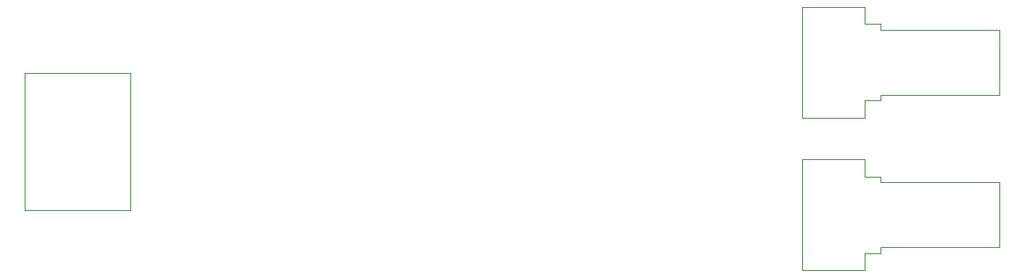
<source format=gbr>
G04 #@! TF.GenerationSoftware,KiCad,Pcbnew,8.0.4*
G04 #@! TF.CreationDate,2024-11-17T23:13:56+01:00*
G04 #@! TF.ProjectId,TEF6687,54454636-3638-4372-9e6b-696361645f70,v1.1*
G04 #@! TF.SameCoordinates,Original*
G04 #@! TF.FileFunction,Other,User*
%FSLAX46Y46*%
G04 Gerber Fmt 4.6, Leading zero omitted, Abs format (unit mm)*
G04 Created by KiCad (PCBNEW 8.0.4) date 2024-11-17 23:13:56*
%MOMM*%
%LPD*%
G01*
G04 APERTURE LIST*
%ADD10C,0.050000*%
G04 APERTURE END LIST*
D10*
G04 #@! TO.C,J9*
X188530000Y-64970000D02*
X188530000Y-75630000D01*
X188530000Y-64970000D02*
X194600000Y-64970000D01*
X194600000Y-64970000D02*
X194600000Y-66630000D01*
X194600000Y-66630000D02*
X196120000Y-66630000D01*
X194600000Y-73980000D02*
X196120000Y-73980000D01*
X194600000Y-75630000D02*
X188530000Y-75630000D01*
X194600000Y-75630000D02*
X194600000Y-73980000D01*
X196120000Y-66630000D02*
X196120000Y-67160000D01*
X196120000Y-67160000D02*
X207550000Y-67160000D01*
X196120000Y-73440000D02*
X207550000Y-73440000D01*
X196120000Y-73980000D02*
X196120000Y-73440000D01*
X207550000Y-67160000D02*
X207550000Y-73440000D01*
G04 #@! TO.C,J10*
X188530000Y-50270000D02*
X188530000Y-60930000D01*
X188530000Y-50270000D02*
X194600000Y-50270000D01*
X194600000Y-50270000D02*
X194600000Y-51930000D01*
X194600000Y-51930000D02*
X196120000Y-51930000D01*
X194600000Y-59280000D02*
X196120000Y-59280000D01*
X194600000Y-60930000D02*
X188530000Y-60930000D01*
X194600000Y-60930000D02*
X194600000Y-59280000D01*
X196120000Y-51930000D02*
X196120000Y-52460000D01*
X196120000Y-52460000D02*
X207550000Y-52460000D01*
X196120000Y-58740000D02*
X207550000Y-58740000D01*
X196120000Y-59280000D02*
X196120000Y-58740000D01*
X207550000Y-52460000D02*
X207550000Y-58740000D01*
G04 #@! TO.C,J5*
X113800000Y-56650000D02*
X113800000Y-69850000D01*
X113800000Y-69850000D02*
X124000000Y-69850000D01*
X124000000Y-56650000D02*
X113800000Y-56650000D01*
X124000000Y-69850000D02*
X124000000Y-56650000D01*
G04 #@! TD*
M02*

</source>
